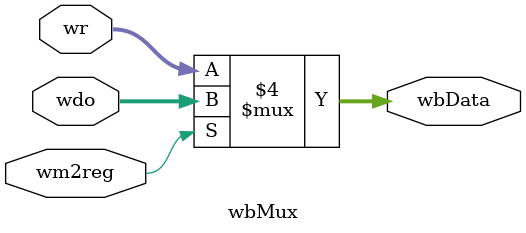
<source format=v>
`timescale 1ns / 1ps
module wbMux(
 input [31:0] wr,
 input [31:0] wdo,
 input wm2reg,
 output reg [31:0] wbData 
 );
always @(*) begin
 if (wm2reg == 0) begin
 wbData = wr;
 end else begin
 wbData = wdo;
 end
end
endmodule

</source>
